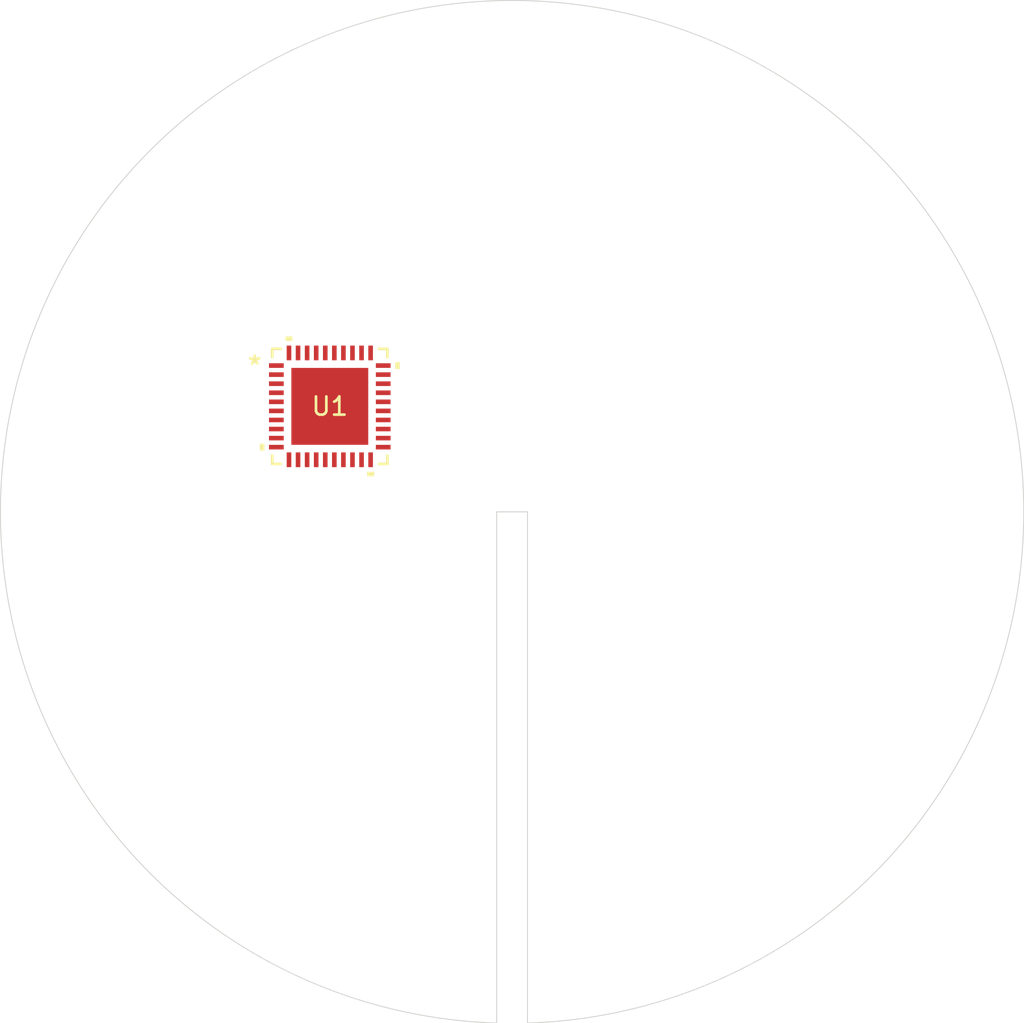
<source format=kicad_pcb>
(kicad_pcb (version 20240108) (generator "pcbnew") (generator_version "8.0")
  (layers (0 "F.Cu" signal) (31 "B.Cu" signal) (34 "B.Paste" user) (35 "F.Paste" user) (36 "B.SilkS" user "B.Silkscreen") (37 "F.SilkS" user "F.Silkscreen") (38 "B.Mask" user) (39 "F.Mask" user) (44 "Edge.Cuts" user))
  (net 0 "")
  (footprint "Orb_footprints:HVQFN40_SOT618-1_NXP" (layer "F.Cu") (at 123.5456 73.949433)
    (property "Reference" "U1" (at 0 0 0) (layer "F.SilkS"))
    (property "Value" "PN5321A3HN/C106_55")
    (fp_line (start -3.175 -3.175) (end -3.175 -2.710307) (stroke (width 0.1524)) (layer "F.SilkS"))
    (fp_line (start -3.175 2.710307) (end -3.175 3.175) (stroke (width 0.1524)) (layer "F.SilkS"))
    (fp_line (start -3.175 3.175) (end -2.710307 3.175) (stroke (width 0.1524)) (layer "F.SilkS"))
    (fp_line (start -2.710307 -3.175) (end -3.175 -3.175) (stroke (width 0.1524)) (layer "F.SilkS"))
    (fp_line (start 2.710307 3.175) (end 3.175 3.175) (stroke (width 0.1524)) (layer "F.SilkS"))
    (fp_line (start 3.175 -3.175) (end 2.710307 -3.175) (stroke (width 0.1524)) (layer "F.SilkS"))
    (fp_line (start 3.175 -2.710307) (end 3.175 -3.175) (stroke (width 0.1524)) (layer "F.SilkS"))
    (fp_line (start 3.175 3.175) (end 3.175 2.710307) (stroke (width 0.1524)) (layer "F.SilkS"))
    (fp_poly (pts (xy -3.8608 2.060067) (xy -3.8608 2.441067) (xy -3.6068 2.441067) (xy -3.6068 2.060067)) (fill solid) (layer "F.SilkS"))
    (fp_poly (pts (xy -2.441067 -3.6068) (xy -2.441067 -3.8608) (xy -2.060067 -3.8608) (xy -2.060067 -3.6068)) (fill solid) (layer "F.SilkS"))
    (fp_poly (pts (xy 2.060067 3.6068) (xy 2.060067 3.8608) (xy 2.441067 3.8608) (xy 2.441067 3.6068)) (fill solid) (layer "F.SilkS"))
    (fp_poly (pts (xy 3.8608 -2.441067) (xy 3.8608 -2.060067) (xy 3.6068 -2.060067) (xy 3.6068 -2.441067)) (fill solid) (layer "F.SilkS"))
    (fp_text user "*" (at -4.1402 -2.250567 0) (layer "F.SilkS"))
    (fp_text user "*" (at -4.1402 -2.250567 0) (layer "F.SilkS"))
    (pad "1" smd rect (at -2.9464 -2.250567 90) (size 0.254 0.8128) (layers "F.Cu" "F.Paste" "F.Mask"))
    (pad "2" smd rect (at -2.9464 -1.750441 90) (size 0.254 0.8128) (layers "F.Cu" "F.Paste" "F.Mask"))
    (pad "3" smd rect (at -2.9464 -1.250315 90) (size 0.254 0.8128) (layers "F.Cu" "F.Paste" "F.Mask"))
    (pad "4" smd rect (at -2.9464 -0.750189 90) (size 0.254 0.8128) (layers "F.Cu" "F.Paste" "F.Mask"))
    (pad "5" smd rect (at -2.9464 -0.250063 90) (size 0.254 0.8128) (layers "F.Cu" "F.Paste" "F.Mask"))
    (pad "6" smd rect (at -2.9464 0.250063 90) (size 0.254 0.8128) (layers "F.Cu" "F.Paste" "F.Mask"))
    (pad "7" smd rect (at -2.9464 0.750189 90) (size 0.254 0.8128) (layers "F.Cu" "F.Paste" "F.Mask"))
    (pad "8" smd rect (at -2.9464 1.250315 90) (size 0.254 0.8128) (layers "F.Cu" "F.Paste" "F.Mask"))
    (pad "9" smd rect (at -2.9464 1.750441 90) (size 0.254 0.8128) (layers "F.Cu" "F.Paste" "F.Mask"))
    (pad "10" smd rect (at -2.9464 2.250567 90) (size 0.254 0.8128) (layers "F.Cu" "F.Paste" "F.Mask"))
    (pad "11" smd rect (at -2.250567 2.9464) (size 0.254 0.8128) (layers "F.Cu" "F.Paste" "F.Mask"))
    (pad "12" smd rect (at -1.750441 2.9464) (size 0.254 0.8128) (layers "F.Cu" "F.Paste" "F.Mask"))
    (pad "13" smd rect (at -1.250315 2.9464) (size 0.254 0.8128) (layers "F.Cu" "F.Paste" "F.Mask"))
    (pad "14" smd rect (at -0.750189 2.9464) (size 0.254 0.8128) (layers "F.Cu" "F.Paste" "F.Mask"))
    (pad "15" smd rect (at -0.250063 2.9464) (size 0.254 0.8128) (layers "F.Cu" "F.Paste" "F.Mask"))
    (pad "16" smd rect (at 0.250063 2.9464) (size 0.254 0.8128) (layers "F.Cu" "F.Paste" "F.Mask"))
    (pad "17" smd rect (at 0.750189 2.9464) (size 0.254 0.8128) (layers "F.Cu" "F.Paste" "F.Mask"))
    (pad "18" smd rect (at 1.250315 2.9464) (size 0.254 0.8128) (layers "F.Cu" "F.Paste" "F.Mask"))
    (pad "19" smd rect (at 1.750441 2.9464) (size 0.254 0.8128) (layers "F.Cu" "F.Paste" "F.Mask"))
    (pad "20" smd rect (at 2.250567 2.9464) (size 0.254 0.8128) (layers "F.Cu" "F.Paste" "F.Mask"))
    (pad "21" smd rect (at 2.9464 2.250567 90) (size 0.254 0.8128) (layers "F.Cu" "F.Paste" "F.Mask"))
    (pad "22" smd rect (at 2.9464 1.750441 90) (size 0.254 0.8128) (layers "F.Cu" "F.Paste" "F.Mask"))
    (pad "23" smd rect (at 2.9464 1.250315 90) (size 0.254 0.8128) (layers "F.Cu" "F.Paste" "F.Mask"))
    (pad "24" smd rect (at 2.9464 0.750189 90) (size 0.254 0.8128) (layers "F.Cu" "F.Paste" "F.Mask"))
    (pad "25" smd rect (at 2.9464 0.250063 90) (size 0.254 0.8128) (layers "F.Cu" "F.Paste" "F.Mask"))
    (pad "26" smd rect (at 2.9464 -0.250063 90) (size 0.254 0.8128) (layers "F.Cu" "F.Paste" "F.Mask"))
    (pad "27" smd rect (at 2.9464 -0.750189 90) (size 0.254 0.8128) (layers "F.Cu" "F.Paste" "F.Mask"))
    (pad "28" smd rect (at 2.9464 -1.250315 90) (size 0.254 0.8128) (layers "F.Cu" "F.Paste" "F.Mask"))
    (pad "29" smd rect (at 2.9464 -1.750441 90) (size 0.254 0.8128) (layers "F.Cu" "F.Paste" "F.Mask"))
    (pad "30" smd rect (at 2.9464 -2.250567 90) (size 0.254 0.8128) (layers "F.Cu" "F.Paste" "F.Mask"))
    (pad "31" smd rect (at 2.250567 -2.9464) (size 0.254 0.8128) (layers "F.Cu" "F.Paste" "F.Mask"))
    (pad "32" smd rect (at 1.750441 -2.9464) (size 0.254 0.8128) (layers "F.Cu" "F.Paste" "F.Mask"))
    (pad "33" smd rect (at 1.250315 -2.9464) (size 0.254 0.8128) (layers "F.Cu" "F.Paste" "F.Mask"))
    (pad "34" smd rect (at 0.750189 -2.9464) (size 0.254 0.8128) (layers "F.Cu" "F.Paste" "F.Mask"))
    (pad "35" smd rect (at 0.250063 -2.9464) (size 0.254 0.8128) (layers "F.Cu" "F.Paste" "F.Mask"))
    (pad "36" smd rect (at -0.250063 -2.9464) (size 0.254 0.8128) (layers "F.Cu" "F.Paste" "F.Mask"))
    (pad "37" smd rect (at -0.750189 -2.9464) (size 0.254 0.8128) (layers "F.Cu" "F.Paste" "F.Mask"))
    (pad "38" smd rect (at -1.250315 -2.9464) (size 0.254 0.8128) (layers "F.Cu" "F.Paste" "F.Mask"))
    (pad "39" smd rect (at -1.750441 -2.9464) (size 0.254 0.8128) (layers "F.Cu" "F.Paste" "F.Mask"))
    (pad "40" smd rect (at -2.250567 -2.9464) (size 0.254 0.8128) (layers "F.Cu" "F.Paste" "F.Mask"))
    (pad "41" smd rect (at 0 0) (size 4.2418 4.2418) (layers "F.Cu" "F.Paste" "F.Mask"))
  )
  (gr_line (start 132.748 79.769) (end 132.748 107.969) (stroke (width 0.05)) (layer "Edge.Cuts"))
  (gr_arc (start 132.748 107.969) (mid 133.598 51.556193) (end 134.448 107.969) (stroke (width 0.05)) (layer "Edge.Cuts"))
  (gr_line (start 132.748 79.769) (end 134.448 79.769) (stroke (width 0.05)) (layer "Edge.Cuts"))
  (gr_line (start 134.448 79.769) (end 134.448 107.969) (stroke (width 0.05)) (layer "Edge.Cuts"))
)
</source>
